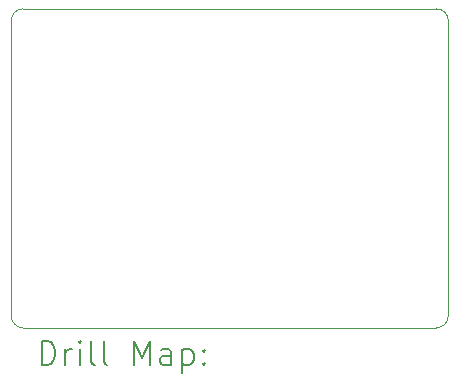
<source format=gbr>
%TF.GenerationSoftware,KiCad,Pcbnew,8.0.6*%
%TF.CreationDate,2024-11-15T14:11:28+01:00*%
%TF.ProjectId,PA3194G822_R05,50413331-3934-4473-9832-325f5230352e,3*%
%TF.SameCoordinates,Original*%
%TF.FileFunction,Drillmap*%
%TF.FilePolarity,Positive*%
%FSLAX45Y45*%
G04 Gerber Fmt 4.5, Leading zero omitted, Abs format (unit mm)*
G04 Created by KiCad (PCBNEW 8.0.6) date 2024-11-15 14:11:28*
%MOMM*%
%LPD*%
G01*
G04 APERTURE LIST*
%ADD10C,0.050000*%
%ADD11C,0.200000*%
G04 APERTURE END LIST*
D10*
X10400000Y-8750000D02*
G75*
G02*
X10500000Y-8650000I100000J0D01*
G01*
X14100000Y-11250000D02*
G75*
G02*
X14000000Y-11350000I-100000J0D01*
G01*
X14000000Y-8650000D02*
G75*
G02*
X14100000Y-8750000I0J-100000D01*
G01*
X10500000Y-8650000D02*
X14000000Y-8650000D01*
X10500000Y-11350000D02*
X14000000Y-11350000D01*
X14100000Y-8750000D02*
X14100000Y-11250000D01*
X10400000Y-8750000D02*
X10400000Y-11250000D01*
X10500000Y-11350000D02*
G75*
G02*
X10400000Y-11250000I0J100000D01*
G01*
D11*
X10658277Y-11663984D02*
X10658277Y-11463984D01*
X10658277Y-11463984D02*
X10705896Y-11463984D01*
X10705896Y-11463984D02*
X10734467Y-11473508D01*
X10734467Y-11473508D02*
X10753515Y-11492555D01*
X10753515Y-11492555D02*
X10763039Y-11511603D01*
X10763039Y-11511603D02*
X10772563Y-11549698D01*
X10772563Y-11549698D02*
X10772563Y-11578269D01*
X10772563Y-11578269D02*
X10763039Y-11616365D01*
X10763039Y-11616365D02*
X10753515Y-11635412D01*
X10753515Y-11635412D02*
X10734467Y-11654460D01*
X10734467Y-11654460D02*
X10705896Y-11663984D01*
X10705896Y-11663984D02*
X10658277Y-11663984D01*
X10858277Y-11663984D02*
X10858277Y-11530650D01*
X10858277Y-11568746D02*
X10867801Y-11549698D01*
X10867801Y-11549698D02*
X10877324Y-11540174D01*
X10877324Y-11540174D02*
X10896372Y-11530650D01*
X10896372Y-11530650D02*
X10915420Y-11530650D01*
X10982086Y-11663984D02*
X10982086Y-11530650D01*
X10982086Y-11463984D02*
X10972563Y-11473508D01*
X10972563Y-11473508D02*
X10982086Y-11483031D01*
X10982086Y-11483031D02*
X10991610Y-11473508D01*
X10991610Y-11473508D02*
X10982086Y-11463984D01*
X10982086Y-11463984D02*
X10982086Y-11483031D01*
X11105896Y-11663984D02*
X11086848Y-11654460D01*
X11086848Y-11654460D02*
X11077324Y-11635412D01*
X11077324Y-11635412D02*
X11077324Y-11463984D01*
X11210658Y-11663984D02*
X11191610Y-11654460D01*
X11191610Y-11654460D02*
X11182086Y-11635412D01*
X11182086Y-11635412D02*
X11182086Y-11463984D01*
X11439229Y-11663984D02*
X11439229Y-11463984D01*
X11439229Y-11463984D02*
X11505896Y-11606841D01*
X11505896Y-11606841D02*
X11572562Y-11463984D01*
X11572562Y-11463984D02*
X11572562Y-11663984D01*
X11753515Y-11663984D02*
X11753515Y-11559222D01*
X11753515Y-11559222D02*
X11743991Y-11540174D01*
X11743991Y-11540174D02*
X11724943Y-11530650D01*
X11724943Y-11530650D02*
X11686848Y-11530650D01*
X11686848Y-11530650D02*
X11667801Y-11540174D01*
X11753515Y-11654460D02*
X11734467Y-11663984D01*
X11734467Y-11663984D02*
X11686848Y-11663984D01*
X11686848Y-11663984D02*
X11667801Y-11654460D01*
X11667801Y-11654460D02*
X11658277Y-11635412D01*
X11658277Y-11635412D02*
X11658277Y-11616365D01*
X11658277Y-11616365D02*
X11667801Y-11597317D01*
X11667801Y-11597317D02*
X11686848Y-11587793D01*
X11686848Y-11587793D02*
X11734467Y-11587793D01*
X11734467Y-11587793D02*
X11753515Y-11578269D01*
X11848753Y-11530650D02*
X11848753Y-11730650D01*
X11848753Y-11540174D02*
X11867801Y-11530650D01*
X11867801Y-11530650D02*
X11905896Y-11530650D01*
X11905896Y-11530650D02*
X11924943Y-11540174D01*
X11924943Y-11540174D02*
X11934467Y-11549698D01*
X11934467Y-11549698D02*
X11943991Y-11568746D01*
X11943991Y-11568746D02*
X11943991Y-11625888D01*
X11943991Y-11625888D02*
X11934467Y-11644936D01*
X11934467Y-11644936D02*
X11924943Y-11654460D01*
X11924943Y-11654460D02*
X11905896Y-11663984D01*
X11905896Y-11663984D02*
X11867801Y-11663984D01*
X11867801Y-11663984D02*
X11848753Y-11654460D01*
X12029705Y-11644936D02*
X12039229Y-11654460D01*
X12039229Y-11654460D02*
X12029705Y-11663984D01*
X12029705Y-11663984D02*
X12020182Y-11654460D01*
X12020182Y-11654460D02*
X12029705Y-11644936D01*
X12029705Y-11644936D02*
X12029705Y-11663984D01*
X12029705Y-11540174D02*
X12039229Y-11549698D01*
X12039229Y-11549698D02*
X12029705Y-11559222D01*
X12029705Y-11559222D02*
X12020182Y-11549698D01*
X12020182Y-11549698D02*
X12029705Y-11540174D01*
X12029705Y-11540174D02*
X12029705Y-11559222D01*
M02*

</source>
